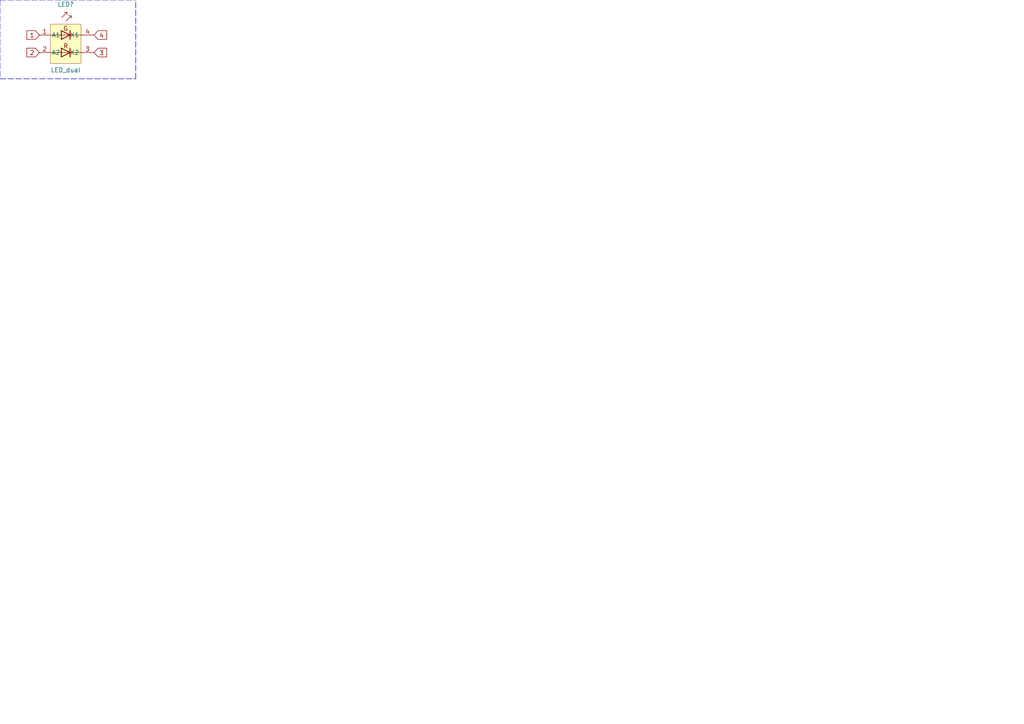
<source format=kicad_sch>
(kicad_sch (version 20201015) (generator eeschema)
  (paper "A4")
  (lib_symbols
    (symbol "led:LED_dual"
      (property "Reference" "LED" (at 0 11.43 0))
      (property "Value" "LED_dual" (at 0 -7.62 0))
      (symbol "LED_dual_0_0"
        (text "G" (at 0 4.445 0) (effects (font (size 1.27 1.27))))
        (text "R" (at 0 -0.635 0) (effects (font (size 1.27 1.27))))
      )
      (symbol "LED_dual_0_1"
        (rectangle (start -4.445 5.715) (end 4.445 -5.715) (stroke (width 0.0006)) (fill (type background)))
        (polyline (pts (xy -4.445 -2.54) (xy 2.032 -2.54)))
        (polyline (pts (xy -4.445 2.54) (xy 2.032 2.54)))
        (polyline (pts (xy 1.27 -1.27) (xy 1.27 -3.81)) (stroke (width 0.254)))
        (polyline (pts (xy 1.27 3.81) (xy 1.27 1.27)) (stroke (width 0.254)))
        (polyline (pts (xy 4.445 -2.54) (xy 1.905 -2.54)))
        (polyline (pts (xy 4.445 2.54) (xy 1.905 2.54)))
        (polyline (pts (xy -1.27 -1.27) (xy -1.27 -3.81) (xy 1.27 -2.54) (xy -1.27 -1.27)) (stroke (width 0.254)))
        (polyline (pts (xy -1.27 3.81) (xy -1.27 1.27) (xy 1.27 2.54) (xy -1.27 3.81)) (stroke (width 0.254)))
        (polyline (pts (xy -1.143 7.62) (xy 0.381 9.144) (xy -0.381 9.144) (xy 0.381 9.144) (xy 0.381 8.382)))
        (polyline (pts (xy 0.127 6.604) (xy 1.651 8.128) (xy 0.889 8.128) (xy 1.651 8.128) (xy 1.651 7.366)))
      )
      (symbol "LED_dual_1_1"
        (pin input line (at -7.62 2.54 0) (length 3.048) (name "A1") (number "1"))
        (pin input line (at -7.62 -2.54 0) (length 3.048) (name "A2") (number "2"))
        (pin input line (at 8.255 2.54 180) (length 3.81) (name "K1") (number "4"))
        (pin input line (at 8.255 -2.54 180) (length 3.81) (name "K2") (number "3"))
      )
    )
  )
  (polyline (pts (xy 0 0) (xy 0 22.86)) (stroke (width 0) (type dash)))
  (polyline (pts (xy 0 0) (xy 39.37 0)) (stroke (width 0) (type dash)))
  (polyline (pts (xy 0 22.86) (xy 39.37 22.86)) (stroke (width 0) (type dash)))
  (polyline (pts (xy 39.37 22.86) (xy 39.37 0)) (stroke (width 0) (type dash)))
  (text "D LED6\nF .*\nV .*" (at 0 0 0) (effects (font (size 1.27 1.27)) (justify left bottom)))
  (global_label "1" (shape input) (at 11.43 10.16 180) (property "Intersheet References" "${INTERSHEET_REFS}" (effects hide)))
  (global_label "2" (shape input) (at 11.43 15.24 180) (property "Intersheet References" "${INTERSHEET_REFS}" (effects hide)))
  (global_label "4" (shape input) (at 27.305 10.16 0) (property "Intersheet References" "${INTERSHEET_REFS}" (effects hide)))
  (global_label "3" (shape input) (at 27.305 15.24 0) (property "Intersheet References" "${INTERSHEET_REFS}" (effects hide)))
  (symbol (lib_id "led:LED_dual") (at 19.05 12.7 0) (unit 1)
    (property "Reference" "LED?" (at 19.05 1.27 0))
    (property "Value" "LED_dual" (at 19.05 20.32 0))
  )
)
</source>
